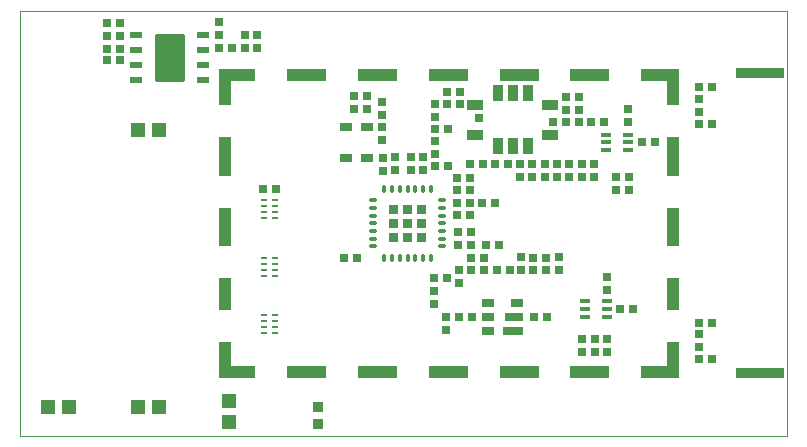
<source format=gtp>
%FSAX43Y43*%
%MOMM*%
G71*
G01*
G75*
G04 Layer_Color=8421504*
%ADD10C,0.300*%
%ADD11R,0.650X0.650*%
%ADD12R,0.650X0.650*%
G04:AMPARAMS|DCode=13|XSize=4.6mm|YSize=4.6mm|CornerRadius=0.115mm|HoleSize=0mm|Usage=FLASHONLY|Rotation=270.000|XOffset=0mm|YOffset=0mm|HoleType=Round|Shape=RoundedRectangle|*
%AMROUNDEDRECTD13*
21,1,4.600,4.370,0,0,270.0*
21,1,4.370,4.600,0,0,270.0*
1,1,0.230,-2.185,-2.185*
1,1,0.230,-2.185,2.185*
1,1,0.230,2.185,2.185*
1,1,0.230,2.185,-2.185*
%
%ADD13ROUNDEDRECTD13*%
%ADD14O,0.300X0.800*%
%ADD15O,0.800X0.300*%
G04:AMPARAMS|DCode=16|XSize=1.7mm|YSize=0.65mm|CornerRadius=0.016mm|HoleSize=0mm|Usage=FLASHONLY|Rotation=180.000|XOffset=0mm|YOffset=0mm|HoleType=Round|Shape=RoundedRectangle|*
%AMROUNDEDRECTD16*
21,1,1.700,0.618,0,0,180.0*
21,1,1.667,0.650,0,0,180.0*
1,1,0.033,-0.834,0.309*
1,1,0.033,0.834,0.309*
1,1,0.033,0.834,-0.309*
1,1,0.033,-0.834,-0.309*
%
%ADD16ROUNDEDRECTD16*%
G04:AMPARAMS|DCode=17|XSize=1.5mm|YSize=0.65mm|CornerRadius=0.016mm|HoleSize=0mm|Usage=FLASHONLY|Rotation=180.000|XOffset=0mm|YOffset=0mm|HoleType=Round|Shape=RoundedRectangle|*
%AMROUNDEDRECTD17*
21,1,1.500,0.618,0,0,180.0*
21,1,1.468,0.650,0,0,180.0*
1,1,0.033,-0.734,0.309*
1,1,0.033,0.734,0.309*
1,1,0.033,0.734,-0.309*
1,1,0.033,-0.734,-0.309*
%
%ADD17ROUNDEDRECTD17*%
G04:AMPARAMS|DCode=18|XSize=1.1mm|YSize=0.65mm|CornerRadius=0.016mm|HoleSize=0mm|Usage=FLASHONLY|Rotation=180.000|XOffset=0mm|YOffset=0mm|HoleType=Round|Shape=RoundedRectangle|*
%AMROUNDEDRECTD18*
21,1,1.100,0.618,0,0,180.0*
21,1,1.067,0.650,0,0,180.0*
1,1,0.033,-0.534,0.309*
1,1,0.033,0.534,0.309*
1,1,0.033,0.534,-0.309*
1,1,0.033,-0.534,-0.309*
%
%ADD18ROUNDEDRECTD18*%
G04:AMPARAMS|DCode=19|XSize=4mm|YSize=2.5mm|CornerRadius=0.063mm|HoleSize=0mm|Usage=FLASHONLY|Rotation=270.000|XOffset=0mm|YOffset=0mm|HoleType=Round|Shape=RoundedRectangle|*
%AMROUNDEDRECTD19*
21,1,4.000,2.375,0,0,270.0*
21,1,3.875,2.500,0,0,270.0*
1,1,0.125,-1.188,-1.938*
1,1,0.125,-1.188,1.938*
1,1,0.125,1.188,1.938*
1,1,0.125,1.188,-1.938*
%
%ADD19ROUNDEDRECTD19*%
G04:AMPARAMS|DCode=20|XSize=0.45mm|YSize=1.1mm|CornerRadius=0.023mm|HoleSize=0mm|Usage=FLASHONLY|Rotation=270.000|XOffset=0mm|YOffset=0mm|HoleType=Round|Shape=RoundedRectangle|*
%AMROUNDEDRECTD20*
21,1,0.450,1.055,0,0,270.0*
21,1,0.405,1.100,0,0,270.0*
1,1,0.045,-0.527,-0.203*
1,1,0.045,-0.527,0.203*
1,1,0.045,0.527,0.203*
1,1,0.045,0.527,-0.203*
%
%ADD20ROUNDEDRECTD20*%
%ADD21R,1.300X1.300*%
%ADD22R,1.300X1.300*%
%ADD23R,0.900X0.900*%
%ADD24R,0.500X0.250*%
G04:AMPARAMS|DCode=25|XSize=1.4mm|YSize=0.8mm|CornerRadius=0.02mm|HoleSize=0mm|Usage=FLASHONLY|Rotation=270.000|XOffset=0mm|YOffset=0mm|HoleType=Round|Shape=RoundedRectangle|*
%AMROUNDEDRECTD25*
21,1,1.400,0.760,0,0,270.0*
21,1,1.360,0.800,0,0,270.0*
1,1,0.040,-0.380,-0.680*
1,1,0.040,-0.380,0.680*
1,1,0.040,0.380,0.680*
1,1,0.040,0.380,-0.680*
%
%ADD25ROUNDEDRECTD25*%
G04:AMPARAMS|DCode=26|XSize=1.4mm|YSize=0.8mm|CornerRadius=0.02mm|HoleSize=0mm|Usage=FLASHONLY|Rotation=180.000|XOffset=0mm|YOffset=0mm|HoleType=Round|Shape=RoundedRectangle|*
%AMROUNDEDRECTD26*
21,1,1.400,0.760,0,0,180.0*
21,1,1.360,0.800,0,0,180.0*
1,1,0.040,-0.680,0.380*
1,1,0.040,0.680,0.380*
1,1,0.040,0.680,-0.380*
1,1,0.040,-0.680,-0.380*
%
%ADD26ROUNDEDRECTD26*%
%ADD27C,1.270*%
G04:AMPARAMS|DCode=28|XSize=0.9mm|YSize=4mm|CornerRadius=0.045mm|HoleSize=0mm|Usage=FLASHONLY|Rotation=90.000|XOffset=0mm|YOffset=0mm|HoleType=Round|Shape=RoundedRectangle|*
%AMROUNDEDRECTD28*
21,1,0.900,3.910,0,0,90.0*
21,1,0.810,4.000,0,0,90.0*
1,1,0.090,1.955,0.405*
1,1,0.090,1.955,-0.405*
1,1,0.090,-1.955,-0.405*
1,1,0.090,-1.955,0.405*
%
%ADD28ROUNDEDRECTD28*%
%ADD29R,0.500X0.500*%
%ADD30R,0.850X0.400*%
%ADD31R,1.050X0.700*%
%ADD32C,0.400*%
%ADD33C,0.500*%
%ADD34C,1.000*%
%ADD35C,0.200*%
%ADD36C,0.650*%
%ADD37C,0.600*%
%ADD38C,0.800*%
%ADD39C,0.250*%
%ADD40C,0.050*%
%ADD41C,1.500*%
G04:AMPARAMS|DCode=42|XSize=1.5mm|YSize=1.5mm|CornerRadius=0.075mm|HoleSize=0mm|Usage=FLASHONLY|Rotation=90.000|XOffset=0mm|YOffset=0mm|HoleType=Round|Shape=RoundedRectangle|*
%AMROUNDEDRECTD42*
21,1,1.500,1.350,0,0,90.0*
21,1,1.350,1.500,0,0,90.0*
1,1,0.150,0.675,0.675*
1,1,0.150,0.675,-0.675*
1,1,0.150,-0.675,-0.675*
1,1,0.150,-0.675,0.675*
%
%ADD42ROUNDEDRECTD42*%
%ADD43C,1.700*%
G04:AMPARAMS|DCode=44|XSize=1.7mm|YSize=1.7mm|CornerRadius=0.17mm|HoleSize=0mm|Usage=FLASHONLY|Rotation=0.000|XOffset=0mm|YOffset=0mm|HoleType=Round|Shape=RoundedRectangle|*
%AMROUNDEDRECTD44*
21,1,1.700,1.360,0,0,0.0*
21,1,1.360,1.700,0,0,0.0*
1,1,0.340,0.680,-0.680*
1,1,0.340,-0.680,-0.680*
1,1,0.340,-0.680,0.680*
1,1,0.340,0.680,0.680*
%
%ADD44ROUNDEDRECTD44*%
G04:AMPARAMS|DCode=45|XSize=2.2mm|YSize=4.4mm|CornerRadius=0.11mm|HoleSize=0mm|Usage=FLASHONLY|Rotation=90.000|XOffset=0mm|YOffset=0mm|HoleType=Round|Shape=RoundedRectangle|*
%AMROUNDEDRECTD45*
21,1,2.200,4.180,0,0,90.0*
21,1,1.980,4.400,0,0,90.0*
1,1,0.220,2.090,0.990*
1,1,0.220,2.090,-0.990*
1,1,0.220,-2.090,-0.990*
1,1,0.220,-2.090,0.990*
%
%ADD45ROUNDEDRECTD45*%
%ADD46C,0.800*%
%ADD47C,0.600*%
%ADD48C,0.580*%
%ADD49C,0.150*%
%ADD50C,0.100*%
%ADD51C,0.010*%
%ADD52C,0.025*%
%ADD53R,1.600X2.800*%
G36*
X0055800Y0016050D02*
X0054800D01*
Y0019350D01*
X0055800D01*
Y0016050D01*
D02*
G37*
G36*
X0017900Y0010650D02*
X0016900D01*
Y0013350D01*
X0017900D01*
Y0010650D01*
D02*
G37*
G36*
X0055800Y0010650D02*
X0054800D01*
Y0013350D01*
X0055800D01*
Y0010650D01*
D02*
G37*
G36*
X0017900Y0016050D02*
X0016900D01*
Y0019350D01*
X0017900D01*
Y0016050D01*
D02*
G37*
G36*
X0034450Y0016400D02*
X0033650D01*
Y0017200D01*
X0034450D01*
Y0016400D01*
D02*
G37*
G36*
X0033250D02*
X0032450D01*
Y0017200D01*
X0033250D01*
Y0016400D01*
D02*
G37*
G36*
X0032050D02*
X0031250D01*
Y0017200D01*
X0032050D01*
Y0016400D01*
D02*
G37*
G36*
X0049950Y0004900D02*
X0046650D01*
Y0005900D01*
X0049950D01*
Y0004900D01*
D02*
G37*
G36*
X0017900Y0005900D02*
X0019950D01*
Y0004900D01*
X0017900D01*
Y0004900D01*
X0016900D01*
Y0004900D01*
Y0005900D01*
Y0007950D01*
X0017900D01*
Y0005900D01*
D02*
G37*
G36*
X0055800Y0004900D02*
X0054800D01*
Y0004900D01*
X0052650D01*
Y0005900D01*
X0054800D01*
Y0007950D01*
X0055800D01*
Y0004900D01*
D02*
G37*
G36*
X0031950Y0004900D02*
X0028650D01*
Y0005900D01*
X0031950D01*
Y0004900D01*
D02*
G37*
G36*
X0025950D02*
X0022650D01*
Y0005900D01*
X0025950D01*
Y0004900D01*
D02*
G37*
G36*
X0043950D02*
X0040650D01*
Y0005900D01*
X0043950D01*
Y0004900D01*
D02*
G37*
G36*
X0037950D02*
X0034650D01*
Y0005900D01*
X0037950D01*
Y0004900D01*
D02*
G37*
G36*
X0033250Y0017600D02*
X0032450D01*
Y0018400D01*
X0033250D01*
Y0017600D01*
D02*
G37*
G36*
X0049950Y0030100D02*
X0046650D01*
Y0031100D01*
X0049950D01*
Y0030100D01*
D02*
G37*
G36*
X0019950D02*
X0017900D01*
Y0028000D01*
X0016900D01*
Y0030100D01*
Y0031100D01*
X0019950D01*
Y0030100D01*
D02*
G37*
G36*
X0055700Y0031100D02*
X0055800D01*
Y0028000D01*
X0054800D01*
Y0030100D01*
X0052650D01*
Y0031100D01*
X0055700D01*
Y0031100D01*
D02*
G37*
G36*
X0025950Y0030100D02*
X0022650D01*
Y0031100D01*
X0025950D01*
Y0030100D01*
D02*
G37*
G36*
X0043950D02*
X0040650D01*
Y0031100D01*
X0043950D01*
Y0030100D01*
D02*
G37*
G36*
X0037950D02*
X0034650D01*
Y0031100D01*
X0037950D01*
Y0030100D01*
D02*
G37*
G36*
X0031950D02*
X0028650D01*
Y0031100D01*
X0031950D01*
Y0030100D01*
D02*
G37*
G36*
X0032050Y0018800D02*
X0031250D01*
Y0019600D01*
X0032050D01*
Y0018800D01*
D02*
G37*
G36*
X0034450Y0017600D02*
X0033650D01*
Y0018400D01*
X0034450D01*
Y0017600D01*
D02*
G37*
G36*
X0032050D02*
X0031250D01*
Y0018400D01*
X0032050D01*
Y0017600D01*
D02*
G37*
G36*
X0033250Y0018800D02*
X0032450D01*
Y0019600D01*
X0033250D01*
Y0018800D01*
D02*
G37*
G36*
X0017900Y0022050D02*
X0016900D01*
Y0025350D01*
X0017900D01*
Y0022050D01*
D02*
G37*
G36*
X0055800Y0022050D02*
X0054800D01*
Y0025350D01*
X0055800D01*
Y0022050D01*
D02*
G37*
G36*
X0034450Y0018800D02*
X0033650D01*
Y0019600D01*
X0034450D01*
Y0018800D01*
D02*
G37*
D11*
X0028350Y0027724D02*
D03*
X0029450D02*
D03*
Y0028749D02*
D03*
X0028350D02*
D03*
X0037275Y0029100D02*
D03*
X0036175D02*
D03*
X0047350Y0026600D02*
D03*
X0046250D02*
D03*
X0049500D02*
D03*
X0048400D02*
D03*
X0038300Y0010100D02*
D03*
X0037200D02*
D03*
X0047600Y0021950D02*
D03*
X0046500D02*
D03*
X0058600Y0029550D02*
D03*
X0057500D02*
D03*
X0040250Y0023050D02*
D03*
X0041350D02*
D03*
X0043400D02*
D03*
X0044500D02*
D03*
X0053800Y0024880D02*
D03*
X0052700D02*
D03*
X0058600Y0026450D02*
D03*
X0057500D02*
D03*
X0039250Y0023050D02*
D03*
X0038150D02*
D03*
X0037050Y0021850D02*
D03*
X0038150D02*
D03*
X0044500Y0021950D02*
D03*
X0043400D02*
D03*
X0028600Y0015100D02*
D03*
X0027500D02*
D03*
X0007400Y0034950D02*
D03*
X0008500D02*
D03*
Y0033900D02*
D03*
X0007400D02*
D03*
X0008500Y0031800D02*
D03*
X0007400D02*
D03*
X0018000Y0032865D02*
D03*
X0016900D02*
D03*
X0007400Y0032800D02*
D03*
X0008500D02*
D03*
X0044700Y0010100D02*
D03*
X0043600D02*
D03*
X0050850Y0010750D02*
D03*
X0051950D02*
D03*
X0036200Y0013350D02*
D03*
X0035100D02*
D03*
X0040400Y0014100D02*
D03*
X0041500D02*
D03*
X0038250Y0015100D02*
D03*
X0039350D02*
D03*
X0040600Y0016134D02*
D03*
X0039500D02*
D03*
X0039350Y0014100D02*
D03*
X0038250D02*
D03*
X0058600Y0009600D02*
D03*
X0057500D02*
D03*
X0020600Y0020950D02*
D03*
X0021700D02*
D03*
X0057500Y0006500D02*
D03*
X0058600D02*
D03*
X0044600Y0014100D02*
D03*
X0043500D02*
D03*
Y0015100D02*
D03*
X0044600D02*
D03*
X0047600Y0023050D02*
D03*
X0046500D02*
D03*
X0035175Y0022858D02*
D03*
X0036275D02*
D03*
X0038150Y0018700D02*
D03*
X0037050D02*
D03*
X0040250Y0019750D02*
D03*
X0039150D02*
D03*
X0036275Y0026000D02*
D03*
X0035175D02*
D03*
X0037275Y0028100D02*
D03*
X0036175D02*
D03*
X0037150Y0016134D02*
D03*
X0038250D02*
D03*
Y0017300D02*
D03*
X0037150D02*
D03*
D12*
X0030738Y0023500D02*
D03*
Y0022400D02*
D03*
X0030700Y0028300D02*
D03*
Y0027200D02*
D03*
X0047350Y0027600D02*
D03*
Y0028700D02*
D03*
X0045150Y0025500D02*
D03*
Y0026600D02*
D03*
X0046250Y0027600D02*
D03*
Y0028700D02*
D03*
X0037050Y0019750D02*
D03*
Y0020850D02*
D03*
X0057500Y0027450D02*
D03*
Y0028550D02*
D03*
X0051552Y0027672D02*
D03*
Y0026572D02*
D03*
X0035175Y0023858D02*
D03*
Y0024958D02*
D03*
X0050530Y0021906D02*
D03*
Y0020806D02*
D03*
X0045500Y0021950D02*
D03*
Y0023050D02*
D03*
X0035175Y0028100D02*
D03*
Y0027000D02*
D03*
X0042400Y0021950D02*
D03*
Y0023050D02*
D03*
X0051580Y0021906D02*
D03*
Y0020806D02*
D03*
X0047650Y0007100D02*
D03*
Y0008200D02*
D03*
X0049750Y0007100D02*
D03*
Y0008200D02*
D03*
X0057500Y0007500D02*
D03*
Y0008600D02*
D03*
X0049750Y0013500D02*
D03*
Y0012400D02*
D03*
X0016900Y0035065D02*
D03*
Y0033965D02*
D03*
X0020101Y0032865D02*
D03*
Y0033965D02*
D03*
X0019051Y0032865D02*
D03*
Y0033965D02*
D03*
X0030700Y0025100D02*
D03*
Y0026200D02*
D03*
X0035100Y0012300D02*
D03*
Y0011200D02*
D03*
X0036150Y0009000D02*
D03*
Y0010100D02*
D03*
X0031800Y0023650D02*
D03*
Y0022550D02*
D03*
X0038150Y0019750D02*
D03*
Y0020850D02*
D03*
X0042500Y0015200D02*
D03*
Y0014100D02*
D03*
X0037250Y0013000D02*
D03*
Y0014100D02*
D03*
X0034150Y0023650D02*
D03*
Y0022550D02*
D03*
X0033150Y0023650D02*
D03*
Y0022550D02*
D03*
X0048700Y0007100D02*
D03*
Y0008200D02*
D03*
X0045650Y0014100D02*
D03*
Y0015200D02*
D03*
X0048650Y0023050D02*
D03*
Y0021950D02*
D03*
X0038870Y0028000D02*
D03*
Y0026900D02*
D03*
D14*
X0034800Y0020950D02*
D03*
X0034150D02*
D03*
X0033500D02*
D03*
X0032850D02*
D03*
X0032200D02*
D03*
X0031550D02*
D03*
X0030900D02*
D03*
Y0015050D02*
D03*
X0031550D02*
D03*
X0032200D02*
D03*
X0032850D02*
D03*
X0033500D02*
D03*
X0034150D02*
D03*
X0034800D02*
D03*
D15*
X0029900Y0019950D02*
D03*
Y0019300D02*
D03*
Y0018650D02*
D03*
Y0018000D02*
D03*
Y0017350D02*
D03*
Y0016700D02*
D03*
Y0016050D02*
D03*
X0035800D02*
D03*
Y0016700D02*
D03*
Y0017350D02*
D03*
Y0018000D02*
D03*
Y0018650D02*
D03*
Y0019300D02*
D03*
Y0019950D02*
D03*
D16*
X0041800Y0008900D02*
D03*
D17*
X0041900Y0010100D02*
D03*
D18*
X0042100Y0011300D02*
D03*
X0039700Y0008900D02*
D03*
Y0010100D02*
D03*
Y0011300D02*
D03*
D19*
X0012700Y0032050D02*
D03*
D20*
X0015500Y0033955D02*
D03*
Y0032685D02*
D03*
Y0030145D02*
D03*
Y0031415D02*
D03*
X0009900D02*
D03*
Y0030145D02*
D03*
Y0032685D02*
D03*
Y0033955D02*
D03*
D21*
X0017700Y0001200D02*
D03*
Y0003000D02*
D03*
D22*
X0010049Y0025950D02*
D03*
X0011849D02*
D03*
Y0002450D02*
D03*
X0010049D02*
D03*
X0004199Y0002500D02*
D03*
X0002399D02*
D03*
D23*
X0025250D02*
D03*
Y0001000D02*
D03*
D24*
X0021600Y0019950D02*
D03*
Y0019450D02*
D03*
Y0018950D02*
D03*
Y0018450D02*
D03*
X0020700D02*
D03*
Y0018950D02*
D03*
X0020700Y0019450D02*
D03*
Y0019950D02*
D03*
X0021600Y0015050D02*
D03*
Y0014550D02*
D03*
Y0014050D02*
D03*
Y0013550D02*
D03*
X0020700D02*
D03*
Y0014050D02*
D03*
X0020700Y0014550D02*
D03*
Y0015050D02*
D03*
X0021600Y0010250D02*
D03*
Y0009750D02*
D03*
Y0009250D02*
D03*
Y0008750D02*
D03*
X0020700D02*
D03*
Y0009250D02*
D03*
X0020700Y0009750D02*
D03*
Y0010250D02*
D03*
D25*
X0040480Y0029010D02*
D03*
X0041750D02*
D03*
X0043020D02*
D03*
X0040480Y0024590D02*
D03*
X0041750D02*
D03*
X0043020D02*
D03*
D26*
X0038550Y0028070D02*
D03*
Y0025530D02*
D03*
X0044950Y0028070D02*
D03*
Y0025530D02*
D03*
D28*
X0062700Y0030700D02*
D03*
Y0005300D02*
D03*
D30*
X0049750Y0011400D02*
D03*
Y0010750D02*
D03*
Y0010100D02*
D03*
X0047850D02*
D03*
Y0010750D02*
D03*
Y0011400D02*
D03*
X0049650Y0025530D02*
D03*
Y0024880D02*
D03*
Y0024230D02*
D03*
X0051550D02*
D03*
Y0024880D02*
D03*
Y0025530D02*
D03*
D31*
X0029450Y0026200D02*
D03*
X0027650D02*
D03*
X0029450Y0023500D02*
D03*
X0027650D02*
D03*
D40*
X0000000Y0000000D02*
Y0036000D01*
X0065000D01*
Y0000000D02*
Y0036000D01*
X0000000Y0000000D02*
X0065000D01*
D53*
X0012701Y0032050D02*
D03*
M02*

</source>
